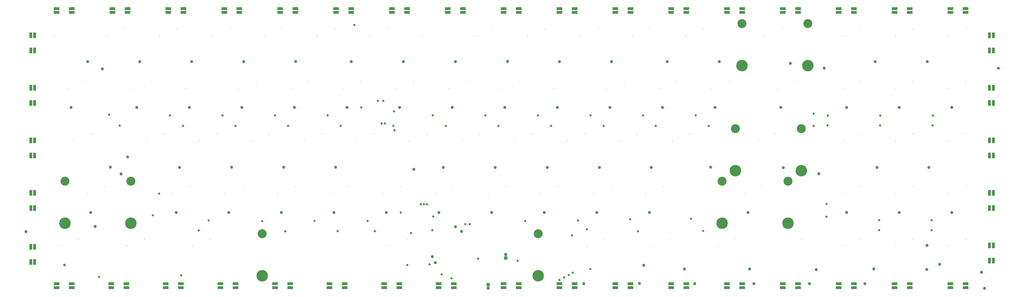
<source format=gts>
G04*
G04 #@! TF.GenerationSoftware,Altium Limited,Altium Designer,21.2.2 (38)*
G04*
G04 Layer_Color=8388736*
%FSLAX25Y25*%
%MOIN*%
G70*
G04*
G04 #@! TF.SameCoordinates,D2681F19-CCD1-4E4B-9F87-FD34C08DC50C*
G04*
G04*
G04 #@! TF.FilePolarity,Negative*
G04*
G01*
G75*
%ADD14R,0.04028X0.07887*%
%ADD15R,0.07887X0.04028*%
%ADD16C,0.12800*%
%ADD17C,0.16500*%
%ADD18C,0.00800*%
%ADD19R,0.04737X0.04737*%
%ADD20C,0.04737*%
%ADD21C,0.04300*%
%ADD22C,0.03200*%
%ADD23C,0.03800*%
D14*
X1379744Y350305D02*
D03*
X1385256D02*
D03*
X1379744Y371958D02*
D03*
X1385256D02*
D03*
X1379744Y275299D02*
D03*
X1385256D02*
D03*
X1379744Y296953D02*
D03*
X1385256D02*
D03*
X1379744Y200299D02*
D03*
X1385256D02*
D03*
X1379744Y221953D02*
D03*
X1385256D02*
D03*
X1379744Y125299D02*
D03*
X1385256D02*
D03*
X1379744Y146953D02*
D03*
X1385256D02*
D03*
X1379744Y50299D02*
D03*
X1385256D02*
D03*
X1379744Y71953D02*
D03*
X1385256D02*
D03*
X17756Y70227D02*
D03*
X12244D02*
D03*
X17756Y48573D02*
D03*
X12244D02*
D03*
X17756Y146953D02*
D03*
X12244D02*
D03*
X17756Y125299D02*
D03*
X12244D02*
D03*
X17756Y221953D02*
D03*
X12244D02*
D03*
X17756Y200299D02*
D03*
X12244D02*
D03*
X17756Y296953D02*
D03*
X12244D02*
D03*
X17756Y275299D02*
D03*
X12244D02*
D03*
X17756Y371958D02*
D03*
X12244D02*
D03*
X17756Y350305D02*
D03*
X12244D02*
D03*
D15*
X1324173Y17456D02*
D03*
Y11944D02*
D03*
X1345827Y17456D02*
D03*
Y11944D02*
D03*
X1244486Y17456D02*
D03*
Y11944D02*
D03*
X1266139Y17456D02*
D03*
Y11944D02*
D03*
X1164798Y17456D02*
D03*
Y11944D02*
D03*
X1186452Y17456D02*
D03*
Y11944D02*
D03*
X1085111Y17456D02*
D03*
Y11944D02*
D03*
X1106764Y17456D02*
D03*
Y11944D02*
D03*
X1005423Y17456D02*
D03*
Y11944D02*
D03*
X1027077Y17456D02*
D03*
Y11944D02*
D03*
X925736Y17456D02*
D03*
Y11944D02*
D03*
X947389Y17456D02*
D03*
Y11944D02*
D03*
X846048Y17456D02*
D03*
Y11944D02*
D03*
X867702Y17456D02*
D03*
Y11944D02*
D03*
X766361Y17456D02*
D03*
Y11944D02*
D03*
X788014Y17456D02*
D03*
Y11944D02*
D03*
X686673Y17456D02*
D03*
Y11944D02*
D03*
X708327Y17456D02*
D03*
Y11944D02*
D03*
X594173Y17456D02*
D03*
Y11944D02*
D03*
X615827Y17456D02*
D03*
Y11944D02*
D03*
X516316Y17456D02*
D03*
Y11944D02*
D03*
X537970Y17456D02*
D03*
Y11944D02*
D03*
X438459Y17456D02*
D03*
Y11944D02*
D03*
X460112Y17456D02*
D03*
Y11944D02*
D03*
X360602Y17456D02*
D03*
Y11944D02*
D03*
X382255Y17456D02*
D03*
Y11944D02*
D03*
X282745Y17456D02*
D03*
Y11944D02*
D03*
X304398Y17456D02*
D03*
Y11944D02*
D03*
X204887Y17456D02*
D03*
Y11944D02*
D03*
X226541Y17456D02*
D03*
Y11944D02*
D03*
X127030Y17456D02*
D03*
Y11944D02*
D03*
X148684Y17456D02*
D03*
Y11944D02*
D03*
X49173Y17456D02*
D03*
Y11944D02*
D03*
X70827Y17456D02*
D03*
Y11944D02*
D03*
Y404744D02*
D03*
Y410256D02*
D03*
X49173Y404744D02*
D03*
Y410256D02*
D03*
X150514Y404744D02*
D03*
Y410256D02*
D03*
X128861Y404744D02*
D03*
Y410256D02*
D03*
X230202Y404744D02*
D03*
Y410256D02*
D03*
X208548Y404744D02*
D03*
Y410256D02*
D03*
X309889Y404744D02*
D03*
Y410256D02*
D03*
X288236Y404744D02*
D03*
Y410256D02*
D03*
X389577Y404744D02*
D03*
Y410256D02*
D03*
X367923Y404744D02*
D03*
Y410256D02*
D03*
X469264Y404744D02*
D03*
Y410256D02*
D03*
X447611Y404744D02*
D03*
Y410256D02*
D03*
X548952Y404744D02*
D03*
Y410256D02*
D03*
X527298Y404744D02*
D03*
Y410256D02*
D03*
X628639Y404744D02*
D03*
Y410256D02*
D03*
X606986Y404744D02*
D03*
Y410256D02*
D03*
X708327Y404744D02*
D03*
Y410256D02*
D03*
X686673Y404744D02*
D03*
Y410256D02*
D03*
X788014Y404744D02*
D03*
Y410256D02*
D03*
X766361Y404744D02*
D03*
Y410256D02*
D03*
X867702Y404744D02*
D03*
Y410256D02*
D03*
X846048Y404744D02*
D03*
Y410256D02*
D03*
X947389Y404744D02*
D03*
Y410256D02*
D03*
X925736Y404744D02*
D03*
Y410256D02*
D03*
X1027077Y404744D02*
D03*
Y410256D02*
D03*
X1005423Y404744D02*
D03*
Y410256D02*
D03*
X1106764Y404744D02*
D03*
Y410256D02*
D03*
X1085111Y404744D02*
D03*
Y410256D02*
D03*
X1186452Y404744D02*
D03*
Y410256D02*
D03*
X1164798Y404744D02*
D03*
Y410256D02*
D03*
X1266139Y404744D02*
D03*
Y410256D02*
D03*
X1244486Y404744D02*
D03*
Y410256D02*
D03*
X1345827Y404744D02*
D03*
Y410256D02*
D03*
X1324173Y404744D02*
D03*
Y410256D02*
D03*
D16*
X736123Y88626D02*
D03*
X342373D02*
D03*
X998500Y163626D02*
D03*
X1092500D02*
D03*
X60998D02*
D03*
X154998D02*
D03*
X1017248Y238626D02*
D03*
X1111248D02*
D03*
X1026630Y388632D02*
D03*
X1120630D02*
D03*
D17*
X736123Y28626D02*
D03*
X342373D02*
D03*
X998500Y103626D02*
D03*
X1092500D02*
D03*
X60998D02*
D03*
X154998D02*
D03*
X1017248Y178626D02*
D03*
X1111248D02*
D03*
X1026630Y328631D02*
D03*
X1120630D02*
D03*
D18*
X214873Y146126D02*
D03*
X239873Y156126D02*
D03*
X421122Y371131D02*
D03*
X446122Y381132D02*
D03*
X1321130Y221126D02*
D03*
X1346130Y231126D02*
D03*
X614796Y156091D02*
D03*
X589796Y146091D02*
D03*
X539779Y156091D02*
D03*
X514779Y146091D02*
D03*
X558630Y306126D02*
D03*
X533630Y296126D02*
D03*
X577374Y231126D02*
D03*
X552374Y221126D02*
D03*
X1008630Y306126D02*
D03*
X983630Y296126D02*
D03*
X1102374Y306126D02*
D03*
X1077374Y296126D02*
D03*
X933630Y306126D02*
D03*
X908630Y296126D02*
D03*
X314873Y156126D02*
D03*
X289873Y146126D02*
D03*
X258629Y306126D02*
D03*
X233629Y296126D02*
D03*
X464874Y156126D02*
D03*
X439874Y146126D02*
D03*
X1271130Y156126D02*
D03*
X1246130Y146126D02*
D03*
X633630Y306126D02*
D03*
X608630Y296126D02*
D03*
X89873Y306126D02*
D03*
X64873Y296126D02*
D03*
X483630Y306126D02*
D03*
X458630Y296126D02*
D03*
X549248Y81126D02*
D03*
X524248Y71126D02*
D03*
X1346130Y156126D02*
D03*
X1321130Y146126D02*
D03*
X1196130Y156126D02*
D03*
X1171130Y146126D02*
D03*
X1271130Y231126D02*
D03*
X1246130Y221126D02*
D03*
X1196130Y231126D02*
D03*
X1171130Y221126D02*
D03*
X277373Y231126D02*
D03*
X252373Y221126D02*
D03*
X924248Y81126D02*
D03*
X899248Y71126D02*
D03*
X1055500Y156126D02*
D03*
X1030500Y146126D02*
D03*
X1346130Y81126D02*
D03*
X1321130Y71126D02*
D03*
X1111748Y81126D02*
D03*
X1086748Y71126D02*
D03*
X830500Y81126D02*
D03*
X805500Y71126D02*
D03*
X408630Y306126D02*
D03*
X383630Y296126D02*
D03*
X183629Y306126D02*
D03*
X158629Y296126D02*
D03*
X1346130Y381132D02*
D03*
X1321130Y371131D02*
D03*
X1346130Y306126D02*
D03*
X1321130Y296126D02*
D03*
X858630Y306126D02*
D03*
X833630Y296126D02*
D03*
X783630Y306126D02*
D03*
X758630Y296126D02*
D03*
X1018000Y81126D02*
D03*
X993000Y71126D02*
D03*
X689874Y156126D02*
D03*
X664874Y146126D02*
D03*
X174249Y81126D02*
D03*
X149249Y71126D02*
D03*
X117998Y156126D02*
D03*
X92998Y146126D02*
D03*
X1196130Y81126D02*
D03*
X1171130Y71126D02*
D03*
X80498Y81126D02*
D03*
X55498Y71126D02*
D03*
X267999Y81126D02*
D03*
X242999Y71126D02*
D03*
X802374Y231126D02*
D03*
X777374Y221126D02*
D03*
X727374Y231126D02*
D03*
X702374Y221126D02*
D03*
X652374Y231126D02*
D03*
X627374Y221126D02*
D03*
X1196130Y381132D02*
D03*
X1171130Y371131D02*
D03*
X708630Y306126D02*
D03*
X683630Y296126D02*
D03*
X1271130Y381132D02*
D03*
X1246130Y371131D02*
D03*
X502374Y231126D02*
D03*
X477374Y221126D02*
D03*
X427374Y231126D02*
D03*
X402374Y221126D02*
D03*
X71128Y381132D02*
D03*
X46128Y371131D02*
D03*
X1074248Y231126D02*
D03*
X1049248Y221126D02*
D03*
X1271130Y306126D02*
D03*
X1246130Y296126D02*
D03*
X333629Y306126D02*
D03*
X308629Y296126D02*
D03*
X1271130Y81126D02*
D03*
X1246130Y71126D02*
D03*
X1196130Y306126D02*
D03*
X1171130Y296126D02*
D03*
X352373Y231126D02*
D03*
X327373Y221126D02*
D03*
X99248Y231126D02*
D03*
X74248Y221126D02*
D03*
X389874Y156126D02*
D03*
X364874Y146126D02*
D03*
X1083630Y381132D02*
D03*
X1058630Y371131D02*
D03*
X202373Y231126D02*
D03*
X177373Y221126D02*
D03*
X971130Y381132D02*
D03*
X946130Y371131D02*
D03*
X877374Y231126D02*
D03*
X852374Y221126D02*
D03*
X746130Y381132D02*
D03*
X721130Y371131D02*
D03*
X671122Y381132D02*
D03*
X646122Y371131D02*
D03*
X596122Y381132D02*
D03*
X571122Y371131D02*
D03*
X521130Y381132D02*
D03*
X496130Y371131D02*
D03*
X371114Y381132D02*
D03*
X346114Y371131D02*
D03*
X296121Y381132D02*
D03*
X271121Y371131D02*
D03*
X221121Y381132D02*
D03*
X196121Y371131D02*
D03*
X146121Y381132D02*
D03*
X121121Y371131D02*
D03*
X821130Y381132D02*
D03*
X796130Y371131D02*
D03*
X914874Y156126D02*
D03*
X889874Y146126D02*
D03*
X839874Y156126D02*
D03*
X814874Y146126D02*
D03*
X896130Y381132D02*
D03*
X871130Y371131D02*
D03*
X764874Y156126D02*
D03*
X739874Y146126D02*
D03*
X952374Y231126D02*
D03*
X927374Y221126D02*
D03*
D19*
X689600Y54100D02*
D03*
X664800Y16000D02*
D03*
D20*
X689600Y59100D02*
D03*
X664800Y11000D02*
D03*
D21*
X1385300Y200846D02*
D03*
X1385272Y275418D02*
D03*
X1372600Y10700D02*
D03*
X1385272Y350823D02*
D03*
X1392352Y325136D02*
D03*
X1385256Y125790D02*
D03*
X1290800Y72100D02*
D03*
X1308600Y45200D02*
D03*
X880300Y17700D02*
D03*
X801200Y17500D02*
D03*
X886600Y43800D02*
D03*
X1123000Y17600D02*
D03*
X150400Y198500D02*
D03*
X1214700Y38500D02*
D03*
X1290300Y37700D02*
D03*
X1202000Y17500D02*
D03*
X1132600Y37500D02*
D03*
X1037800Y38600D02*
D03*
X1043600Y17600D02*
D03*
X959400Y17500D02*
D03*
X944600Y38600D02*
D03*
X1291100Y334500D02*
D03*
X1216800D02*
D03*
X1095600Y332200D02*
D03*
X994300Y334600D02*
D03*
X920000Y334400D02*
D03*
X840800Y334600D02*
D03*
X766500Y334500D02*
D03*
X692400Y334700D02*
D03*
X618000Y334500D02*
D03*
X543700D02*
D03*
X469400Y334400D02*
D03*
X390200Y334800D02*
D03*
X315900Y334400D02*
D03*
X241800Y334500D02*
D03*
X167600D02*
D03*
X93300Y334400D02*
D03*
X1293400Y183500D02*
D03*
X1219300Y183400D02*
D03*
X1085700Y183100D02*
D03*
X981900Y183800D02*
D03*
X897500Y183500D02*
D03*
X823500Y183400D02*
D03*
X749000Y183500D02*
D03*
X674699Y183549D02*
D03*
X600630Y183549D02*
D03*
X558600Y180900D02*
D03*
X447100Y183700D02*
D03*
X372900Y183800D02*
D03*
X298700Y183700D02*
D03*
X224400Y183600D02*
D03*
X125600Y183700D02*
D03*
X788784Y410216D02*
D03*
X1346484Y410316D02*
D03*
X1266813Y410272D02*
D03*
X1187125D02*
D03*
X1107284Y410306D02*
D03*
X1027662Y410210D02*
D03*
X948116Y410182D02*
D03*
X868563Y410190D02*
D03*
X709232Y410349D02*
D03*
X629284Y410316D02*
D03*
X549584D02*
D03*
X469984Y410016D02*
D03*
X390484Y410416D02*
D03*
X310484Y410216D02*
D03*
X231084Y410416D02*
D03*
X151848Y410316D02*
D03*
X72054D02*
D03*
X12119Y372994D02*
D03*
X12384Y298116D02*
D03*
Y222816D02*
D03*
Y147916D02*
D03*
X12180Y71231D02*
D03*
X126341Y11944D02*
D03*
X204198D02*
D03*
X282056D02*
D03*
X359913D02*
D03*
X437770D02*
D03*
X515653D02*
D03*
X593484D02*
D03*
X685984D02*
D03*
X765672D02*
D03*
X1004734D02*
D03*
X1084422D02*
D03*
X1164109D02*
D03*
X1243797D02*
D03*
X1368281Y33777D02*
D03*
X1143980Y325180D02*
D03*
X626600Y92000D02*
D03*
X589410Y47521D02*
D03*
X585132Y55960D02*
D03*
X845359Y11944D02*
D03*
X925047D02*
D03*
X103911Y99100D02*
D03*
X5329Y91644D02*
D03*
X97762Y119051D02*
D03*
X1385325Y50821D02*
D03*
X1323528Y11900D02*
D03*
X49764Y11944D02*
D03*
X617981Y98876D02*
D03*
X114556Y324200D02*
D03*
X140911Y174252D02*
D03*
X1136517Y174500D02*
D03*
X1325894Y119051D02*
D03*
X1250894D02*
D03*
X1175894D02*
D03*
X1035264D02*
D03*
X894638D02*
D03*
X819638D02*
D03*
X744638D02*
D03*
X669638D02*
D03*
X594560Y119015D02*
D03*
X519543D02*
D03*
X444638Y119051D02*
D03*
X369638D02*
D03*
X294637D02*
D03*
X219637D02*
D03*
X1325894Y269051D02*
D03*
X1250894D02*
D03*
X1175894D02*
D03*
X1082061Y269127D02*
D03*
X988394Y269051D02*
D03*
X913394D02*
D03*
X838394D02*
D03*
X763394D02*
D03*
X688394D02*
D03*
X613394D02*
D03*
X538394D02*
D03*
X463394D02*
D03*
X388394D02*
D03*
X313393D02*
D03*
X238393D02*
D03*
X163393D02*
D03*
X69637D02*
D03*
D22*
X109567Y27230D02*
D03*
X450099Y92495D02*
D03*
X1149016Y257480D02*
D03*
X612268Y25182D02*
D03*
X598400Y30800D02*
D03*
X416938Y107055D02*
D03*
X375500Y92100D02*
D03*
X342340Y106660D02*
D03*
X226700Y29441D02*
D03*
X766421Y22889D02*
D03*
X773216Y26326D02*
D03*
X779793Y29729D02*
D03*
X785493Y33150D02*
D03*
X706837Y50053D02*
D03*
X580995Y45212D02*
D03*
X585058Y93867D02*
D03*
X568591Y130822D02*
D03*
X512600Y246100D02*
D03*
X507501Y278429D02*
D03*
X473763Y386651D02*
D03*
X577245Y130649D02*
D03*
X573000Y130782D02*
D03*
X517500Y246200D02*
D03*
X531200Y236300D02*
D03*
X530484Y263573D02*
D03*
X514907Y278580D02*
D03*
X483866Y269051D02*
D03*
X586300Y113400D02*
D03*
X540015Y119015D02*
D03*
X867384Y109378D02*
D03*
X717800Y106900D02*
D03*
X638384Y102512D02*
D03*
X632151Y102539D02*
D03*
X554720Y89925D02*
D03*
X1385256Y371368D02*
D03*
X650000Y53150D02*
D03*
X784441Y86374D02*
D03*
X810264Y38539D02*
D03*
X549484Y44050D02*
D03*
X1147419Y113239D02*
D03*
X971279Y92847D02*
D03*
X953946Y110181D02*
D03*
X805520Y95064D02*
D03*
X878266Y92109D02*
D03*
X792750Y107847D02*
D03*
X502977Y92397D02*
D03*
X492751Y107052D02*
D03*
X251567Y93307D02*
D03*
X266134Y107874D02*
D03*
X1147377Y131590D02*
D03*
X1129134Y260236D02*
D03*
Y242914D02*
D03*
X139055Y242962D02*
D03*
X123952Y258659D02*
D03*
X903800Y242800D02*
D03*
X1148816Y243310D02*
D03*
X1299016Y257480D02*
D03*
X1298816Y243310D02*
D03*
X1297441Y108268D02*
D03*
Y93701D02*
D03*
X1224016Y257480D02*
D03*
X1223816Y243310D02*
D03*
X1222441Y108268D02*
D03*
Y93701D02*
D03*
X960629Y257877D02*
D03*
X979526Y242916D02*
D03*
X885629Y257877D02*
D03*
X810660Y257906D02*
D03*
X829558Y242945D02*
D03*
X735660Y257906D02*
D03*
X754558Y242945D02*
D03*
X660652Y257906D02*
D03*
X679550Y242945D02*
D03*
X585652Y257906D02*
D03*
X604550Y242945D02*
D03*
X529558D02*
D03*
X435652Y257906D02*
D03*
X454550Y242945D02*
D03*
X285651Y257906D02*
D03*
X304549Y242945D02*
D03*
X360644Y257906D02*
D03*
X379542Y242945D02*
D03*
X210622Y257874D02*
D03*
X229520Y242913D02*
D03*
X186299Y115009D02*
D03*
X195354Y146112D02*
D03*
D23*
X60262Y44050D02*
D03*
M02*

</source>
